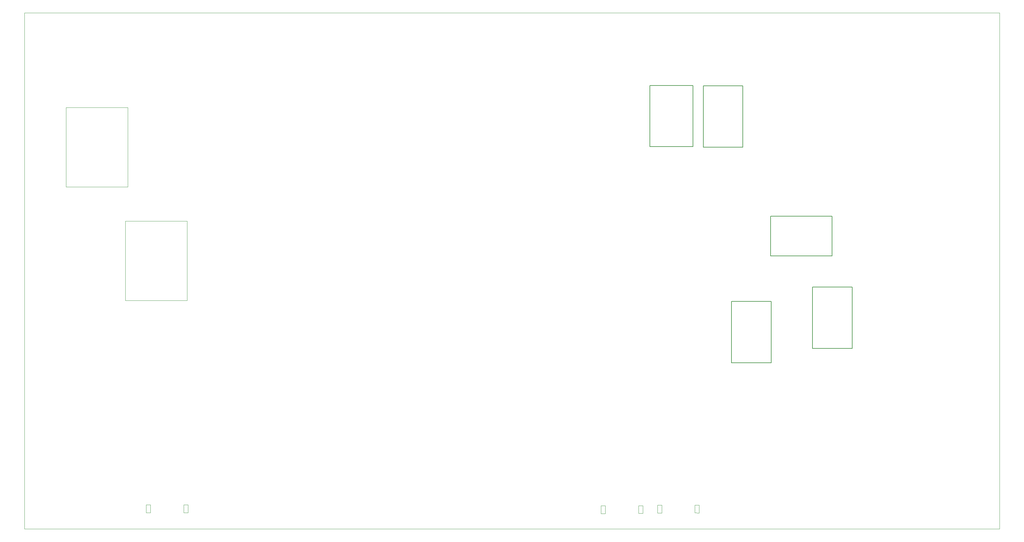
<source format=gbr>
G04 #@! TF.GenerationSoftware,KiCad,Pcbnew,5.1.6-c6e7f7d~87~ubuntu18.04.1*
G04 #@! TF.CreationDate,2020-08-24T14:21:44+10:00*
G04 #@! TF.ProjectId,GridTiedBatteryBoostConverter,47726964-5469-4656-9442-617474657279,rev?*
G04 #@! TF.SameCoordinates,Original*
G04 #@! TF.FileFunction,Profile,NP*
%FSLAX46Y46*%
G04 Gerber Fmt 4.6, Leading zero omitted, Abs format (unit mm)*
G04 Created by KiCad (PCBNEW 5.1.6-c6e7f7d~87~ubuntu18.04.1) date 2020-08-24 14:21:44*
%MOMM*%
%LPD*%
G01*
G04 APERTURE LIST*
G04 #@! TA.AperFunction,Profile*
%ADD10C,0.050000*%
G04 #@! TD*
G04 #@! TA.AperFunction,Profile*
%ADD11C,0.150000*%
G04 #@! TD*
G04 #@! TA.AperFunction,Profile*
%ADD12C,0.120000*%
G04 #@! TD*
G04 APERTURE END LIST*
D10*
X199850000Y-153150000D02*
X198700000Y-153100000D01*
X199850000Y-150950000D02*
X199850000Y-153150000D01*
X198700000Y-150950000D02*
X199850000Y-150950000D01*
X198700000Y-153100000D02*
X198700000Y-150950000D01*
X189500000Y-153200000D02*
X188300000Y-153150000D01*
X189500000Y-151000000D02*
X189500000Y-153200000D01*
X188300000Y-151000000D02*
X189500000Y-151000000D01*
X188300000Y-153150000D02*
X188300000Y-151000000D01*
X184250000Y-153250000D02*
X183100000Y-153250000D01*
X184250000Y-151100000D02*
X184250000Y-153250000D01*
X183100000Y-151100000D02*
X184250000Y-151100000D01*
X183100000Y-153250000D02*
X183100000Y-151100000D01*
X172750000Y-153300000D02*
X172700000Y-153300000D01*
X173900000Y-153300000D02*
X172750000Y-153300000D01*
X173900000Y-151150000D02*
X173900000Y-153300000D01*
X172700000Y-151150000D02*
X173900000Y-151150000D01*
X172700000Y-153300000D02*
X172700000Y-151150000D01*
X58250000Y-153050000D02*
X57100000Y-153050000D01*
X58250000Y-150850000D02*
X58250000Y-153050000D01*
X57100000Y-150850000D02*
X58250000Y-150850000D01*
X57100000Y-153050000D02*
X57100000Y-150850000D01*
X47900000Y-153050000D02*
X46700000Y-153050000D01*
X47900000Y-150900000D02*
X47900000Y-153050000D01*
X46700000Y-150900000D02*
X47900000Y-150900000D01*
X46700000Y-153050000D02*
X46700000Y-150900000D01*
X13000000Y-157600000D02*
X13000000Y-14500000D01*
X283100000Y-157600000D02*
X13000000Y-157600000D01*
X283100000Y-14500000D02*
X283100000Y-157600000D01*
X13000000Y-14500000D02*
X283100000Y-14500000D01*
D11*
X186200000Y-34600000D02*
X192200000Y-34600000D01*
X186200000Y-51600000D02*
X186200000Y-34600000D01*
X192200000Y-34600000D02*
X198200000Y-34600000D01*
X198200000Y-34600000D02*
X198200000Y-51600000D01*
X198200000Y-51600000D02*
X186200000Y-51600000D01*
X201000000Y-34700000D02*
X212000000Y-34700000D01*
X201000000Y-51700000D02*
X201000000Y-34700000D01*
X212000000Y-51700000D02*
X201000000Y-51700000D01*
X212000000Y-34700000D02*
X212000000Y-51700000D01*
X236700000Y-70900000D02*
X236700000Y-81900000D01*
X219700000Y-70900000D02*
X236700000Y-70900000D01*
X219700000Y-81900000D02*
X219700000Y-70900000D01*
X236700000Y-81900000D02*
X219700000Y-81900000D01*
X208800000Y-94500000D02*
X219800000Y-94500000D01*
X208800000Y-111500000D02*
X208800000Y-94500000D01*
X219800000Y-111500000D02*
X208800000Y-111500000D01*
X219800000Y-94500000D02*
X219800000Y-111500000D01*
X242300000Y-107500000D02*
X231300000Y-107500000D01*
X242300000Y-90500000D02*
X242300000Y-107500000D01*
X231300000Y-90500000D02*
X242300000Y-90500000D01*
X231300000Y-107500000D02*
X231300000Y-90500000D01*
D12*
X24500000Y-62750000D02*
X24500000Y-40750000D01*
X41600000Y-62750000D02*
X24500000Y-62750000D01*
X41600000Y-40750000D02*
X41600000Y-62750000D01*
X24500000Y-40750000D02*
X41600000Y-40750000D01*
X58050000Y-94250000D02*
X40950000Y-94250000D01*
X40950000Y-94250000D02*
X40950000Y-72250000D01*
X40950000Y-72250000D02*
X58050000Y-72250000D01*
X58050000Y-72250000D02*
X58050000Y-94250000D01*
M02*

</source>
